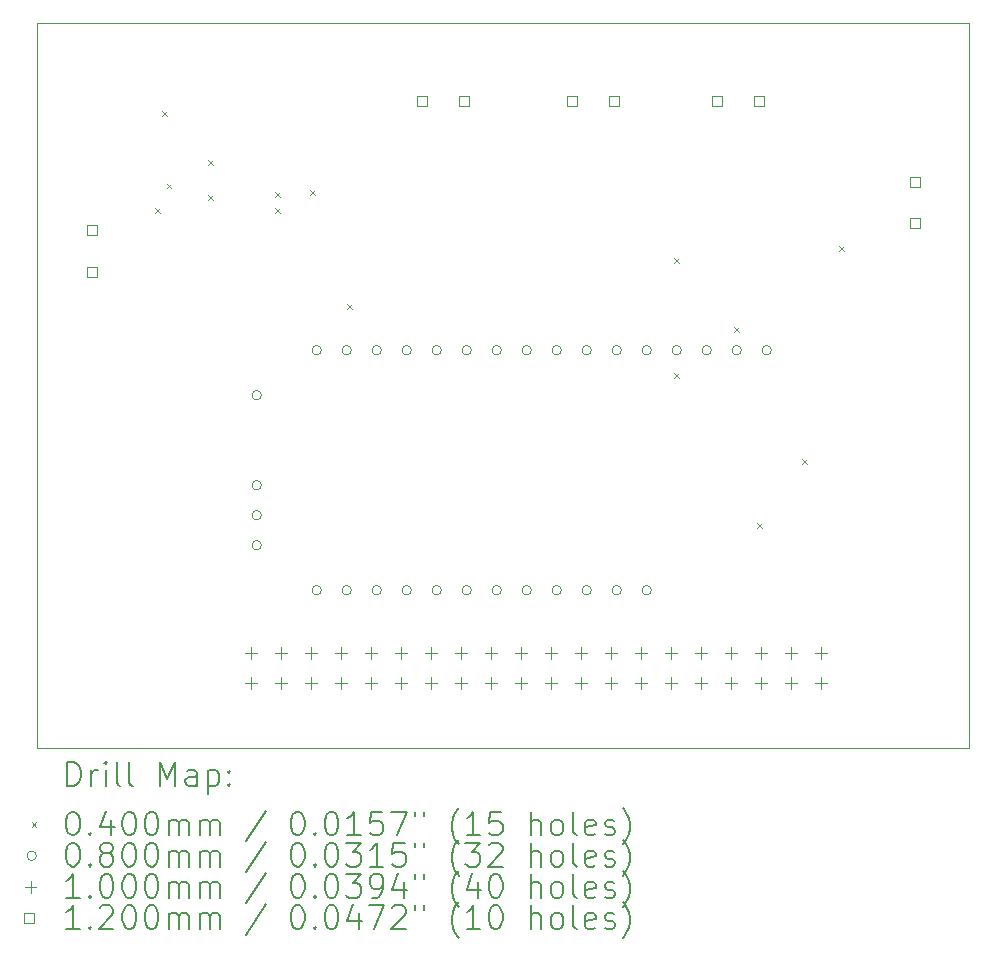
<source format=gbr>
%TF.GenerationSoftware,KiCad,Pcbnew,7.0.8*%
%TF.CreationDate,2024-03-08T20:36:31-08:00*%
%TF.ProjectId,solar_charger,736f6c61-725f-4636-9861-726765722e6b,rev?*%
%TF.SameCoordinates,Original*%
%TF.FileFunction,Drillmap*%
%TF.FilePolarity,Positive*%
%FSLAX45Y45*%
G04 Gerber Fmt 4.5, Leading zero omitted, Abs format (unit mm)*
G04 Created by KiCad (PCBNEW 7.0.8) date 2024-03-08 20:36:31*
%MOMM*%
%LPD*%
G01*
G04 APERTURE LIST*
%ADD10C,0.100000*%
%ADD11C,0.200000*%
%ADD12C,0.040000*%
%ADD13C,0.080000*%
%ADD14C,0.120000*%
G04 APERTURE END LIST*
D10*
X9900900Y-3657600D02*
X17792700Y-3657600D01*
X17792700Y-9796800D01*
X9900900Y-9796800D01*
X9900900Y-3657600D01*
D11*
D12*
X10903000Y-5220000D02*
X10943000Y-5260000D01*
X10943000Y-5220000D02*
X10903000Y-5260000D01*
X10962000Y-4402000D02*
X11002000Y-4442000D01*
X11002000Y-4402000D02*
X10962000Y-4442000D01*
X10997680Y-5015120D02*
X11037680Y-5055120D01*
X11037680Y-5015120D02*
X10997680Y-5055120D01*
X11346500Y-4818700D02*
X11386500Y-4858700D01*
X11386500Y-4818700D02*
X11346500Y-4858700D01*
X11346500Y-5110800D02*
X11386500Y-5150800D01*
X11386500Y-5110800D02*
X11346500Y-5150800D01*
X11918000Y-5085400D02*
X11958000Y-5125400D01*
X11958000Y-5085400D02*
X11918000Y-5125400D01*
X11918000Y-5225100D02*
X11958000Y-5265100D01*
X11958000Y-5225100D02*
X11918000Y-5265100D01*
X12210100Y-5072700D02*
X12250100Y-5112700D01*
X12250100Y-5072700D02*
X12210100Y-5112700D01*
X12527600Y-6037900D02*
X12567600Y-6077900D01*
X12567600Y-6037900D02*
X12527600Y-6077900D01*
X15296200Y-5644200D02*
X15336200Y-5684200D01*
X15336200Y-5644200D02*
X15296200Y-5684200D01*
X15296200Y-6622100D02*
X15336200Y-6662100D01*
X15336200Y-6622100D02*
X15296200Y-6662100D01*
X15804200Y-6228400D02*
X15844200Y-6268400D01*
X15844200Y-6228400D02*
X15804200Y-6268400D01*
X15994700Y-7892100D02*
X16034700Y-7932100D01*
X16034700Y-7892100D02*
X15994700Y-7932100D01*
X16375700Y-7346000D02*
X16415700Y-7386000D01*
X16415700Y-7346000D02*
X16375700Y-7386000D01*
X16693200Y-5542600D02*
X16733200Y-5582600D01*
X16733200Y-5542600D02*
X16693200Y-5582600D01*
D13*
X11800200Y-6807200D02*
G75*
G03*
X11800200Y-6807200I-40000J0D01*
G01*
X11800200Y-7569200D02*
G75*
G03*
X11800200Y-7569200I-40000J0D01*
G01*
X11800200Y-7823200D02*
G75*
G03*
X11800200Y-7823200I-40000J0D01*
G01*
X11800200Y-8077200D02*
G75*
G03*
X11800200Y-8077200I-40000J0D01*
G01*
X12308200Y-6426200D02*
G75*
G03*
X12308200Y-6426200I-40000J0D01*
G01*
X12308200Y-8458200D02*
G75*
G03*
X12308200Y-8458200I-40000J0D01*
G01*
X12562200Y-6426200D02*
G75*
G03*
X12562200Y-6426200I-40000J0D01*
G01*
X12562200Y-8458200D02*
G75*
G03*
X12562200Y-8458200I-40000J0D01*
G01*
X12816200Y-6426200D02*
G75*
G03*
X12816200Y-6426200I-40000J0D01*
G01*
X12816200Y-8458200D02*
G75*
G03*
X12816200Y-8458200I-40000J0D01*
G01*
X13070200Y-6426200D02*
G75*
G03*
X13070200Y-6426200I-40000J0D01*
G01*
X13070200Y-8458200D02*
G75*
G03*
X13070200Y-8458200I-40000J0D01*
G01*
X13324200Y-6426200D02*
G75*
G03*
X13324200Y-6426200I-40000J0D01*
G01*
X13324200Y-8458200D02*
G75*
G03*
X13324200Y-8458200I-40000J0D01*
G01*
X13578200Y-6426200D02*
G75*
G03*
X13578200Y-6426200I-40000J0D01*
G01*
X13578200Y-8458200D02*
G75*
G03*
X13578200Y-8458200I-40000J0D01*
G01*
X13832200Y-6426200D02*
G75*
G03*
X13832200Y-6426200I-40000J0D01*
G01*
X13832200Y-8458200D02*
G75*
G03*
X13832200Y-8458200I-40000J0D01*
G01*
X14086200Y-6426200D02*
G75*
G03*
X14086200Y-6426200I-40000J0D01*
G01*
X14086200Y-8458200D02*
G75*
G03*
X14086200Y-8458200I-40000J0D01*
G01*
X14340200Y-6426200D02*
G75*
G03*
X14340200Y-6426200I-40000J0D01*
G01*
X14340200Y-8458200D02*
G75*
G03*
X14340200Y-8458200I-40000J0D01*
G01*
X14594200Y-6426200D02*
G75*
G03*
X14594200Y-6426200I-40000J0D01*
G01*
X14594200Y-8458200D02*
G75*
G03*
X14594200Y-8458200I-40000J0D01*
G01*
X14848200Y-6426200D02*
G75*
G03*
X14848200Y-6426200I-40000J0D01*
G01*
X14848200Y-8458200D02*
G75*
G03*
X14848200Y-8458200I-40000J0D01*
G01*
X15102200Y-6426200D02*
G75*
G03*
X15102200Y-6426200I-40000J0D01*
G01*
X15102200Y-8458200D02*
G75*
G03*
X15102200Y-8458200I-40000J0D01*
G01*
X15356200Y-6426200D02*
G75*
G03*
X15356200Y-6426200I-40000J0D01*
G01*
X15610200Y-6426200D02*
G75*
G03*
X15610200Y-6426200I-40000J0D01*
G01*
X15864200Y-6426200D02*
G75*
G03*
X15864200Y-6426200I-40000J0D01*
G01*
X16118200Y-6426200D02*
G75*
G03*
X16118200Y-6426200I-40000J0D01*
G01*
D10*
X11709400Y-8941600D02*
X11709400Y-9041600D01*
X11659400Y-8991600D02*
X11759400Y-8991600D01*
X11709400Y-9195600D02*
X11709400Y-9295600D01*
X11659400Y-9245600D02*
X11759400Y-9245600D01*
X11963400Y-8941600D02*
X11963400Y-9041600D01*
X11913400Y-8991600D02*
X12013400Y-8991600D01*
X11963400Y-9195600D02*
X11963400Y-9295600D01*
X11913400Y-9245600D02*
X12013400Y-9245600D01*
X12217400Y-8941600D02*
X12217400Y-9041600D01*
X12167400Y-8991600D02*
X12267400Y-8991600D01*
X12217400Y-9195600D02*
X12217400Y-9295600D01*
X12167400Y-9245600D02*
X12267400Y-9245600D01*
X12471400Y-8941600D02*
X12471400Y-9041600D01*
X12421400Y-8991600D02*
X12521400Y-8991600D01*
X12471400Y-9195600D02*
X12471400Y-9295600D01*
X12421400Y-9245600D02*
X12521400Y-9245600D01*
X12725400Y-8941600D02*
X12725400Y-9041600D01*
X12675400Y-8991600D02*
X12775400Y-8991600D01*
X12725400Y-9195600D02*
X12725400Y-9295600D01*
X12675400Y-9245600D02*
X12775400Y-9245600D01*
X12979400Y-8941600D02*
X12979400Y-9041600D01*
X12929400Y-8991600D02*
X13029400Y-8991600D01*
X12979400Y-9195600D02*
X12979400Y-9295600D01*
X12929400Y-9245600D02*
X13029400Y-9245600D01*
X13233400Y-8941600D02*
X13233400Y-9041600D01*
X13183400Y-8991600D02*
X13283400Y-8991600D01*
X13233400Y-9195600D02*
X13233400Y-9295600D01*
X13183400Y-9245600D02*
X13283400Y-9245600D01*
X13487400Y-8941600D02*
X13487400Y-9041600D01*
X13437400Y-8991600D02*
X13537400Y-8991600D01*
X13487400Y-9195600D02*
X13487400Y-9295600D01*
X13437400Y-9245600D02*
X13537400Y-9245600D01*
X13741400Y-8941600D02*
X13741400Y-9041600D01*
X13691400Y-8991600D02*
X13791400Y-8991600D01*
X13741400Y-9195600D02*
X13741400Y-9295600D01*
X13691400Y-9245600D02*
X13791400Y-9245600D01*
X13995400Y-8941600D02*
X13995400Y-9041600D01*
X13945400Y-8991600D02*
X14045400Y-8991600D01*
X13995400Y-9195600D02*
X13995400Y-9295600D01*
X13945400Y-9245600D02*
X14045400Y-9245600D01*
X14249400Y-8941600D02*
X14249400Y-9041600D01*
X14199400Y-8991600D02*
X14299400Y-8991600D01*
X14249400Y-9195600D02*
X14249400Y-9295600D01*
X14199400Y-9245600D02*
X14299400Y-9245600D01*
X14503400Y-8941600D02*
X14503400Y-9041600D01*
X14453400Y-8991600D02*
X14553400Y-8991600D01*
X14503400Y-9195600D02*
X14503400Y-9295600D01*
X14453400Y-9245600D02*
X14553400Y-9245600D01*
X14757400Y-8941600D02*
X14757400Y-9041600D01*
X14707400Y-8991600D02*
X14807400Y-8991600D01*
X14757400Y-9195600D02*
X14757400Y-9295600D01*
X14707400Y-9245600D02*
X14807400Y-9245600D01*
X15011400Y-8941600D02*
X15011400Y-9041600D01*
X14961400Y-8991600D02*
X15061400Y-8991600D01*
X15011400Y-9195600D02*
X15011400Y-9295600D01*
X14961400Y-9245600D02*
X15061400Y-9245600D01*
X15265400Y-8941600D02*
X15265400Y-9041600D01*
X15215400Y-8991600D02*
X15315400Y-8991600D01*
X15265400Y-9195600D02*
X15265400Y-9295600D01*
X15215400Y-9245600D02*
X15315400Y-9245600D01*
X15519400Y-8941600D02*
X15519400Y-9041600D01*
X15469400Y-8991600D02*
X15569400Y-8991600D01*
X15519400Y-9195600D02*
X15519400Y-9295600D01*
X15469400Y-9245600D02*
X15569400Y-9245600D01*
X15773400Y-8941600D02*
X15773400Y-9041600D01*
X15723400Y-8991600D02*
X15823400Y-8991600D01*
X15773400Y-9195600D02*
X15773400Y-9295600D01*
X15723400Y-9245600D02*
X15823400Y-9245600D01*
X16027400Y-8941600D02*
X16027400Y-9041600D01*
X15977400Y-8991600D02*
X16077400Y-8991600D01*
X16027400Y-9195600D02*
X16027400Y-9295600D01*
X15977400Y-9245600D02*
X16077400Y-9245600D01*
X16281400Y-8941600D02*
X16281400Y-9041600D01*
X16231400Y-8991600D02*
X16331400Y-8991600D01*
X16281400Y-9195600D02*
X16281400Y-9295600D01*
X16231400Y-9245600D02*
X16331400Y-9245600D01*
X16535400Y-8941600D02*
X16535400Y-9041600D01*
X16485400Y-8991600D02*
X16585400Y-8991600D01*
X16535400Y-9195600D02*
X16535400Y-9295600D01*
X16485400Y-9245600D02*
X16585400Y-9245600D01*
D14*
X10405627Y-5452627D02*
X10405627Y-5367773D01*
X10320773Y-5367773D01*
X10320773Y-5452627D01*
X10405627Y-5452627D01*
X10405627Y-5802627D02*
X10405627Y-5717773D01*
X10320773Y-5717773D01*
X10320773Y-5802627D01*
X10405627Y-5802627D01*
X13205227Y-4356427D02*
X13205227Y-4271573D01*
X13120373Y-4271573D01*
X13120373Y-4356427D01*
X13205227Y-4356427D01*
X13555227Y-4356427D02*
X13555227Y-4271573D01*
X13470373Y-4271573D01*
X13470373Y-4356427D01*
X13555227Y-4356427D01*
X14475227Y-4356427D02*
X14475227Y-4271573D01*
X14390373Y-4271573D01*
X14390373Y-4356427D01*
X14475227Y-4356427D01*
X14825227Y-4356427D02*
X14825227Y-4271573D01*
X14740373Y-4271573D01*
X14740373Y-4356427D01*
X14825227Y-4356427D01*
X15704207Y-4356427D02*
X15704207Y-4271573D01*
X15619353Y-4271573D01*
X15619353Y-4356427D01*
X15704207Y-4356427D01*
X16054207Y-4356427D02*
X16054207Y-4271573D01*
X15969353Y-4271573D01*
X15969353Y-4356427D01*
X16054207Y-4356427D01*
X17380627Y-5041407D02*
X17380627Y-4956553D01*
X17295773Y-4956553D01*
X17295773Y-5041407D01*
X17380627Y-5041407D01*
X17380627Y-5391407D02*
X17380627Y-5306553D01*
X17295773Y-5306553D01*
X17295773Y-5391407D01*
X17380627Y-5391407D01*
D11*
X10156677Y-10113284D02*
X10156677Y-9913284D01*
X10156677Y-9913284D02*
X10204296Y-9913284D01*
X10204296Y-9913284D02*
X10232867Y-9922808D01*
X10232867Y-9922808D02*
X10251915Y-9941855D01*
X10251915Y-9941855D02*
X10261439Y-9960903D01*
X10261439Y-9960903D02*
X10270963Y-9998998D01*
X10270963Y-9998998D02*
X10270963Y-10027570D01*
X10270963Y-10027570D02*
X10261439Y-10065665D01*
X10261439Y-10065665D02*
X10251915Y-10084712D01*
X10251915Y-10084712D02*
X10232867Y-10103760D01*
X10232867Y-10103760D02*
X10204296Y-10113284D01*
X10204296Y-10113284D02*
X10156677Y-10113284D01*
X10356677Y-10113284D02*
X10356677Y-9979950D01*
X10356677Y-10018046D02*
X10366201Y-9998998D01*
X10366201Y-9998998D02*
X10375724Y-9989474D01*
X10375724Y-9989474D02*
X10394772Y-9979950D01*
X10394772Y-9979950D02*
X10413820Y-9979950D01*
X10480486Y-10113284D02*
X10480486Y-9979950D01*
X10480486Y-9913284D02*
X10470963Y-9922808D01*
X10470963Y-9922808D02*
X10480486Y-9932331D01*
X10480486Y-9932331D02*
X10490010Y-9922808D01*
X10490010Y-9922808D02*
X10480486Y-9913284D01*
X10480486Y-9913284D02*
X10480486Y-9932331D01*
X10604296Y-10113284D02*
X10585248Y-10103760D01*
X10585248Y-10103760D02*
X10575724Y-10084712D01*
X10575724Y-10084712D02*
X10575724Y-9913284D01*
X10709058Y-10113284D02*
X10690010Y-10103760D01*
X10690010Y-10103760D02*
X10680486Y-10084712D01*
X10680486Y-10084712D02*
X10680486Y-9913284D01*
X10937629Y-10113284D02*
X10937629Y-9913284D01*
X10937629Y-9913284D02*
X11004296Y-10056141D01*
X11004296Y-10056141D02*
X11070963Y-9913284D01*
X11070963Y-9913284D02*
X11070963Y-10113284D01*
X11251915Y-10113284D02*
X11251915Y-10008522D01*
X11251915Y-10008522D02*
X11242391Y-9989474D01*
X11242391Y-9989474D02*
X11223343Y-9979950D01*
X11223343Y-9979950D02*
X11185248Y-9979950D01*
X11185248Y-9979950D02*
X11166201Y-9989474D01*
X11251915Y-10103760D02*
X11232867Y-10113284D01*
X11232867Y-10113284D02*
X11185248Y-10113284D01*
X11185248Y-10113284D02*
X11166201Y-10103760D01*
X11166201Y-10103760D02*
X11156677Y-10084712D01*
X11156677Y-10084712D02*
X11156677Y-10065665D01*
X11156677Y-10065665D02*
X11166201Y-10046617D01*
X11166201Y-10046617D02*
X11185248Y-10037093D01*
X11185248Y-10037093D02*
X11232867Y-10037093D01*
X11232867Y-10037093D02*
X11251915Y-10027570D01*
X11347153Y-9979950D02*
X11347153Y-10179950D01*
X11347153Y-9989474D02*
X11366201Y-9979950D01*
X11366201Y-9979950D02*
X11404296Y-9979950D01*
X11404296Y-9979950D02*
X11423343Y-9989474D01*
X11423343Y-9989474D02*
X11432867Y-9998998D01*
X11432867Y-9998998D02*
X11442391Y-10018046D01*
X11442391Y-10018046D02*
X11442391Y-10075189D01*
X11442391Y-10075189D02*
X11432867Y-10094236D01*
X11432867Y-10094236D02*
X11423343Y-10103760D01*
X11423343Y-10103760D02*
X11404296Y-10113284D01*
X11404296Y-10113284D02*
X11366201Y-10113284D01*
X11366201Y-10113284D02*
X11347153Y-10103760D01*
X11528105Y-10094236D02*
X11537629Y-10103760D01*
X11537629Y-10103760D02*
X11528105Y-10113284D01*
X11528105Y-10113284D02*
X11518582Y-10103760D01*
X11518582Y-10103760D02*
X11528105Y-10094236D01*
X11528105Y-10094236D02*
X11528105Y-10113284D01*
X11528105Y-9989474D02*
X11537629Y-9998998D01*
X11537629Y-9998998D02*
X11528105Y-10008522D01*
X11528105Y-10008522D02*
X11518582Y-9998998D01*
X11518582Y-9998998D02*
X11528105Y-9989474D01*
X11528105Y-9989474D02*
X11528105Y-10008522D01*
D12*
X9855900Y-10421800D02*
X9895900Y-10461800D01*
X9895900Y-10421800D02*
X9855900Y-10461800D01*
D11*
X10194772Y-10333284D02*
X10213820Y-10333284D01*
X10213820Y-10333284D02*
X10232867Y-10342808D01*
X10232867Y-10342808D02*
X10242391Y-10352331D01*
X10242391Y-10352331D02*
X10251915Y-10371379D01*
X10251915Y-10371379D02*
X10261439Y-10409474D01*
X10261439Y-10409474D02*
X10261439Y-10457093D01*
X10261439Y-10457093D02*
X10251915Y-10495189D01*
X10251915Y-10495189D02*
X10242391Y-10514236D01*
X10242391Y-10514236D02*
X10232867Y-10523760D01*
X10232867Y-10523760D02*
X10213820Y-10533284D01*
X10213820Y-10533284D02*
X10194772Y-10533284D01*
X10194772Y-10533284D02*
X10175724Y-10523760D01*
X10175724Y-10523760D02*
X10166201Y-10514236D01*
X10166201Y-10514236D02*
X10156677Y-10495189D01*
X10156677Y-10495189D02*
X10147153Y-10457093D01*
X10147153Y-10457093D02*
X10147153Y-10409474D01*
X10147153Y-10409474D02*
X10156677Y-10371379D01*
X10156677Y-10371379D02*
X10166201Y-10352331D01*
X10166201Y-10352331D02*
X10175724Y-10342808D01*
X10175724Y-10342808D02*
X10194772Y-10333284D01*
X10347153Y-10514236D02*
X10356677Y-10523760D01*
X10356677Y-10523760D02*
X10347153Y-10533284D01*
X10347153Y-10533284D02*
X10337629Y-10523760D01*
X10337629Y-10523760D02*
X10347153Y-10514236D01*
X10347153Y-10514236D02*
X10347153Y-10533284D01*
X10528105Y-10399950D02*
X10528105Y-10533284D01*
X10480486Y-10323760D02*
X10432867Y-10466617D01*
X10432867Y-10466617D02*
X10556677Y-10466617D01*
X10670963Y-10333284D02*
X10690010Y-10333284D01*
X10690010Y-10333284D02*
X10709058Y-10342808D01*
X10709058Y-10342808D02*
X10718582Y-10352331D01*
X10718582Y-10352331D02*
X10728105Y-10371379D01*
X10728105Y-10371379D02*
X10737629Y-10409474D01*
X10737629Y-10409474D02*
X10737629Y-10457093D01*
X10737629Y-10457093D02*
X10728105Y-10495189D01*
X10728105Y-10495189D02*
X10718582Y-10514236D01*
X10718582Y-10514236D02*
X10709058Y-10523760D01*
X10709058Y-10523760D02*
X10690010Y-10533284D01*
X10690010Y-10533284D02*
X10670963Y-10533284D01*
X10670963Y-10533284D02*
X10651915Y-10523760D01*
X10651915Y-10523760D02*
X10642391Y-10514236D01*
X10642391Y-10514236D02*
X10632867Y-10495189D01*
X10632867Y-10495189D02*
X10623344Y-10457093D01*
X10623344Y-10457093D02*
X10623344Y-10409474D01*
X10623344Y-10409474D02*
X10632867Y-10371379D01*
X10632867Y-10371379D02*
X10642391Y-10352331D01*
X10642391Y-10352331D02*
X10651915Y-10342808D01*
X10651915Y-10342808D02*
X10670963Y-10333284D01*
X10861439Y-10333284D02*
X10880486Y-10333284D01*
X10880486Y-10333284D02*
X10899534Y-10342808D01*
X10899534Y-10342808D02*
X10909058Y-10352331D01*
X10909058Y-10352331D02*
X10918582Y-10371379D01*
X10918582Y-10371379D02*
X10928105Y-10409474D01*
X10928105Y-10409474D02*
X10928105Y-10457093D01*
X10928105Y-10457093D02*
X10918582Y-10495189D01*
X10918582Y-10495189D02*
X10909058Y-10514236D01*
X10909058Y-10514236D02*
X10899534Y-10523760D01*
X10899534Y-10523760D02*
X10880486Y-10533284D01*
X10880486Y-10533284D02*
X10861439Y-10533284D01*
X10861439Y-10533284D02*
X10842391Y-10523760D01*
X10842391Y-10523760D02*
X10832867Y-10514236D01*
X10832867Y-10514236D02*
X10823344Y-10495189D01*
X10823344Y-10495189D02*
X10813820Y-10457093D01*
X10813820Y-10457093D02*
X10813820Y-10409474D01*
X10813820Y-10409474D02*
X10823344Y-10371379D01*
X10823344Y-10371379D02*
X10832867Y-10352331D01*
X10832867Y-10352331D02*
X10842391Y-10342808D01*
X10842391Y-10342808D02*
X10861439Y-10333284D01*
X11013820Y-10533284D02*
X11013820Y-10399950D01*
X11013820Y-10418998D02*
X11023344Y-10409474D01*
X11023344Y-10409474D02*
X11042391Y-10399950D01*
X11042391Y-10399950D02*
X11070963Y-10399950D01*
X11070963Y-10399950D02*
X11090010Y-10409474D01*
X11090010Y-10409474D02*
X11099534Y-10428522D01*
X11099534Y-10428522D02*
X11099534Y-10533284D01*
X11099534Y-10428522D02*
X11109058Y-10409474D01*
X11109058Y-10409474D02*
X11128105Y-10399950D01*
X11128105Y-10399950D02*
X11156677Y-10399950D01*
X11156677Y-10399950D02*
X11175725Y-10409474D01*
X11175725Y-10409474D02*
X11185248Y-10428522D01*
X11185248Y-10428522D02*
X11185248Y-10533284D01*
X11280486Y-10533284D02*
X11280486Y-10399950D01*
X11280486Y-10418998D02*
X11290010Y-10409474D01*
X11290010Y-10409474D02*
X11309058Y-10399950D01*
X11309058Y-10399950D02*
X11337629Y-10399950D01*
X11337629Y-10399950D02*
X11356677Y-10409474D01*
X11356677Y-10409474D02*
X11366201Y-10428522D01*
X11366201Y-10428522D02*
X11366201Y-10533284D01*
X11366201Y-10428522D02*
X11375724Y-10409474D01*
X11375724Y-10409474D02*
X11394772Y-10399950D01*
X11394772Y-10399950D02*
X11423343Y-10399950D01*
X11423343Y-10399950D02*
X11442391Y-10409474D01*
X11442391Y-10409474D02*
X11451915Y-10428522D01*
X11451915Y-10428522D02*
X11451915Y-10533284D01*
X11842391Y-10323760D02*
X11670963Y-10580903D01*
X12099534Y-10333284D02*
X12118582Y-10333284D01*
X12118582Y-10333284D02*
X12137629Y-10342808D01*
X12137629Y-10342808D02*
X12147153Y-10352331D01*
X12147153Y-10352331D02*
X12156677Y-10371379D01*
X12156677Y-10371379D02*
X12166201Y-10409474D01*
X12166201Y-10409474D02*
X12166201Y-10457093D01*
X12166201Y-10457093D02*
X12156677Y-10495189D01*
X12156677Y-10495189D02*
X12147153Y-10514236D01*
X12147153Y-10514236D02*
X12137629Y-10523760D01*
X12137629Y-10523760D02*
X12118582Y-10533284D01*
X12118582Y-10533284D02*
X12099534Y-10533284D01*
X12099534Y-10533284D02*
X12080486Y-10523760D01*
X12080486Y-10523760D02*
X12070963Y-10514236D01*
X12070963Y-10514236D02*
X12061439Y-10495189D01*
X12061439Y-10495189D02*
X12051915Y-10457093D01*
X12051915Y-10457093D02*
X12051915Y-10409474D01*
X12051915Y-10409474D02*
X12061439Y-10371379D01*
X12061439Y-10371379D02*
X12070963Y-10352331D01*
X12070963Y-10352331D02*
X12080486Y-10342808D01*
X12080486Y-10342808D02*
X12099534Y-10333284D01*
X12251915Y-10514236D02*
X12261439Y-10523760D01*
X12261439Y-10523760D02*
X12251915Y-10533284D01*
X12251915Y-10533284D02*
X12242391Y-10523760D01*
X12242391Y-10523760D02*
X12251915Y-10514236D01*
X12251915Y-10514236D02*
X12251915Y-10533284D01*
X12385248Y-10333284D02*
X12404296Y-10333284D01*
X12404296Y-10333284D02*
X12423344Y-10342808D01*
X12423344Y-10342808D02*
X12432867Y-10352331D01*
X12432867Y-10352331D02*
X12442391Y-10371379D01*
X12442391Y-10371379D02*
X12451915Y-10409474D01*
X12451915Y-10409474D02*
X12451915Y-10457093D01*
X12451915Y-10457093D02*
X12442391Y-10495189D01*
X12442391Y-10495189D02*
X12432867Y-10514236D01*
X12432867Y-10514236D02*
X12423344Y-10523760D01*
X12423344Y-10523760D02*
X12404296Y-10533284D01*
X12404296Y-10533284D02*
X12385248Y-10533284D01*
X12385248Y-10533284D02*
X12366201Y-10523760D01*
X12366201Y-10523760D02*
X12356677Y-10514236D01*
X12356677Y-10514236D02*
X12347153Y-10495189D01*
X12347153Y-10495189D02*
X12337629Y-10457093D01*
X12337629Y-10457093D02*
X12337629Y-10409474D01*
X12337629Y-10409474D02*
X12347153Y-10371379D01*
X12347153Y-10371379D02*
X12356677Y-10352331D01*
X12356677Y-10352331D02*
X12366201Y-10342808D01*
X12366201Y-10342808D02*
X12385248Y-10333284D01*
X12642391Y-10533284D02*
X12528106Y-10533284D01*
X12585248Y-10533284D02*
X12585248Y-10333284D01*
X12585248Y-10333284D02*
X12566201Y-10361855D01*
X12566201Y-10361855D02*
X12547153Y-10380903D01*
X12547153Y-10380903D02*
X12528106Y-10390427D01*
X12823344Y-10333284D02*
X12728106Y-10333284D01*
X12728106Y-10333284D02*
X12718582Y-10428522D01*
X12718582Y-10428522D02*
X12728106Y-10418998D01*
X12728106Y-10418998D02*
X12747153Y-10409474D01*
X12747153Y-10409474D02*
X12794772Y-10409474D01*
X12794772Y-10409474D02*
X12813820Y-10418998D01*
X12813820Y-10418998D02*
X12823344Y-10428522D01*
X12823344Y-10428522D02*
X12832867Y-10447570D01*
X12832867Y-10447570D02*
X12832867Y-10495189D01*
X12832867Y-10495189D02*
X12823344Y-10514236D01*
X12823344Y-10514236D02*
X12813820Y-10523760D01*
X12813820Y-10523760D02*
X12794772Y-10533284D01*
X12794772Y-10533284D02*
X12747153Y-10533284D01*
X12747153Y-10533284D02*
X12728106Y-10523760D01*
X12728106Y-10523760D02*
X12718582Y-10514236D01*
X12899534Y-10333284D02*
X13032867Y-10333284D01*
X13032867Y-10333284D02*
X12947153Y-10533284D01*
X13099534Y-10333284D02*
X13099534Y-10371379D01*
X13175725Y-10333284D02*
X13175725Y-10371379D01*
X13470963Y-10609474D02*
X13461439Y-10599950D01*
X13461439Y-10599950D02*
X13442391Y-10571379D01*
X13442391Y-10571379D02*
X13432868Y-10552331D01*
X13432868Y-10552331D02*
X13423344Y-10523760D01*
X13423344Y-10523760D02*
X13413820Y-10476141D01*
X13413820Y-10476141D02*
X13413820Y-10438046D01*
X13413820Y-10438046D02*
X13423344Y-10390427D01*
X13423344Y-10390427D02*
X13432868Y-10361855D01*
X13432868Y-10361855D02*
X13442391Y-10342808D01*
X13442391Y-10342808D02*
X13461439Y-10314236D01*
X13461439Y-10314236D02*
X13470963Y-10304712D01*
X13651915Y-10533284D02*
X13537629Y-10533284D01*
X13594772Y-10533284D02*
X13594772Y-10333284D01*
X13594772Y-10333284D02*
X13575725Y-10361855D01*
X13575725Y-10361855D02*
X13556677Y-10380903D01*
X13556677Y-10380903D02*
X13537629Y-10390427D01*
X13832868Y-10333284D02*
X13737629Y-10333284D01*
X13737629Y-10333284D02*
X13728106Y-10428522D01*
X13728106Y-10428522D02*
X13737629Y-10418998D01*
X13737629Y-10418998D02*
X13756677Y-10409474D01*
X13756677Y-10409474D02*
X13804296Y-10409474D01*
X13804296Y-10409474D02*
X13823344Y-10418998D01*
X13823344Y-10418998D02*
X13832868Y-10428522D01*
X13832868Y-10428522D02*
X13842391Y-10447570D01*
X13842391Y-10447570D02*
X13842391Y-10495189D01*
X13842391Y-10495189D02*
X13832868Y-10514236D01*
X13832868Y-10514236D02*
X13823344Y-10523760D01*
X13823344Y-10523760D02*
X13804296Y-10533284D01*
X13804296Y-10533284D02*
X13756677Y-10533284D01*
X13756677Y-10533284D02*
X13737629Y-10523760D01*
X13737629Y-10523760D02*
X13728106Y-10514236D01*
X14080487Y-10533284D02*
X14080487Y-10333284D01*
X14166201Y-10533284D02*
X14166201Y-10428522D01*
X14166201Y-10428522D02*
X14156677Y-10409474D01*
X14156677Y-10409474D02*
X14137630Y-10399950D01*
X14137630Y-10399950D02*
X14109058Y-10399950D01*
X14109058Y-10399950D02*
X14090010Y-10409474D01*
X14090010Y-10409474D02*
X14080487Y-10418998D01*
X14290010Y-10533284D02*
X14270963Y-10523760D01*
X14270963Y-10523760D02*
X14261439Y-10514236D01*
X14261439Y-10514236D02*
X14251915Y-10495189D01*
X14251915Y-10495189D02*
X14251915Y-10438046D01*
X14251915Y-10438046D02*
X14261439Y-10418998D01*
X14261439Y-10418998D02*
X14270963Y-10409474D01*
X14270963Y-10409474D02*
X14290010Y-10399950D01*
X14290010Y-10399950D02*
X14318582Y-10399950D01*
X14318582Y-10399950D02*
X14337630Y-10409474D01*
X14337630Y-10409474D02*
X14347153Y-10418998D01*
X14347153Y-10418998D02*
X14356677Y-10438046D01*
X14356677Y-10438046D02*
X14356677Y-10495189D01*
X14356677Y-10495189D02*
X14347153Y-10514236D01*
X14347153Y-10514236D02*
X14337630Y-10523760D01*
X14337630Y-10523760D02*
X14318582Y-10533284D01*
X14318582Y-10533284D02*
X14290010Y-10533284D01*
X14470963Y-10533284D02*
X14451915Y-10523760D01*
X14451915Y-10523760D02*
X14442391Y-10504712D01*
X14442391Y-10504712D02*
X14442391Y-10333284D01*
X14623344Y-10523760D02*
X14604296Y-10533284D01*
X14604296Y-10533284D02*
X14566201Y-10533284D01*
X14566201Y-10533284D02*
X14547153Y-10523760D01*
X14547153Y-10523760D02*
X14537630Y-10504712D01*
X14537630Y-10504712D02*
X14537630Y-10428522D01*
X14537630Y-10428522D02*
X14547153Y-10409474D01*
X14547153Y-10409474D02*
X14566201Y-10399950D01*
X14566201Y-10399950D02*
X14604296Y-10399950D01*
X14604296Y-10399950D02*
X14623344Y-10409474D01*
X14623344Y-10409474D02*
X14632868Y-10428522D01*
X14632868Y-10428522D02*
X14632868Y-10447570D01*
X14632868Y-10447570D02*
X14537630Y-10466617D01*
X14709058Y-10523760D02*
X14728106Y-10533284D01*
X14728106Y-10533284D02*
X14766201Y-10533284D01*
X14766201Y-10533284D02*
X14785249Y-10523760D01*
X14785249Y-10523760D02*
X14794772Y-10504712D01*
X14794772Y-10504712D02*
X14794772Y-10495189D01*
X14794772Y-10495189D02*
X14785249Y-10476141D01*
X14785249Y-10476141D02*
X14766201Y-10466617D01*
X14766201Y-10466617D02*
X14737630Y-10466617D01*
X14737630Y-10466617D02*
X14718582Y-10457093D01*
X14718582Y-10457093D02*
X14709058Y-10438046D01*
X14709058Y-10438046D02*
X14709058Y-10428522D01*
X14709058Y-10428522D02*
X14718582Y-10409474D01*
X14718582Y-10409474D02*
X14737630Y-10399950D01*
X14737630Y-10399950D02*
X14766201Y-10399950D01*
X14766201Y-10399950D02*
X14785249Y-10409474D01*
X14861439Y-10609474D02*
X14870963Y-10599950D01*
X14870963Y-10599950D02*
X14890011Y-10571379D01*
X14890011Y-10571379D02*
X14899534Y-10552331D01*
X14899534Y-10552331D02*
X14909058Y-10523760D01*
X14909058Y-10523760D02*
X14918582Y-10476141D01*
X14918582Y-10476141D02*
X14918582Y-10438046D01*
X14918582Y-10438046D02*
X14909058Y-10390427D01*
X14909058Y-10390427D02*
X14899534Y-10361855D01*
X14899534Y-10361855D02*
X14890011Y-10342808D01*
X14890011Y-10342808D02*
X14870963Y-10314236D01*
X14870963Y-10314236D02*
X14861439Y-10304712D01*
D13*
X9895900Y-10705800D02*
G75*
G03*
X9895900Y-10705800I-40000J0D01*
G01*
D11*
X10194772Y-10597284D02*
X10213820Y-10597284D01*
X10213820Y-10597284D02*
X10232867Y-10606808D01*
X10232867Y-10606808D02*
X10242391Y-10616331D01*
X10242391Y-10616331D02*
X10251915Y-10635379D01*
X10251915Y-10635379D02*
X10261439Y-10673474D01*
X10261439Y-10673474D02*
X10261439Y-10721093D01*
X10261439Y-10721093D02*
X10251915Y-10759189D01*
X10251915Y-10759189D02*
X10242391Y-10778236D01*
X10242391Y-10778236D02*
X10232867Y-10787760D01*
X10232867Y-10787760D02*
X10213820Y-10797284D01*
X10213820Y-10797284D02*
X10194772Y-10797284D01*
X10194772Y-10797284D02*
X10175724Y-10787760D01*
X10175724Y-10787760D02*
X10166201Y-10778236D01*
X10166201Y-10778236D02*
X10156677Y-10759189D01*
X10156677Y-10759189D02*
X10147153Y-10721093D01*
X10147153Y-10721093D02*
X10147153Y-10673474D01*
X10147153Y-10673474D02*
X10156677Y-10635379D01*
X10156677Y-10635379D02*
X10166201Y-10616331D01*
X10166201Y-10616331D02*
X10175724Y-10606808D01*
X10175724Y-10606808D02*
X10194772Y-10597284D01*
X10347153Y-10778236D02*
X10356677Y-10787760D01*
X10356677Y-10787760D02*
X10347153Y-10797284D01*
X10347153Y-10797284D02*
X10337629Y-10787760D01*
X10337629Y-10787760D02*
X10347153Y-10778236D01*
X10347153Y-10778236D02*
X10347153Y-10797284D01*
X10470963Y-10682998D02*
X10451915Y-10673474D01*
X10451915Y-10673474D02*
X10442391Y-10663950D01*
X10442391Y-10663950D02*
X10432867Y-10644903D01*
X10432867Y-10644903D02*
X10432867Y-10635379D01*
X10432867Y-10635379D02*
X10442391Y-10616331D01*
X10442391Y-10616331D02*
X10451915Y-10606808D01*
X10451915Y-10606808D02*
X10470963Y-10597284D01*
X10470963Y-10597284D02*
X10509058Y-10597284D01*
X10509058Y-10597284D02*
X10528105Y-10606808D01*
X10528105Y-10606808D02*
X10537629Y-10616331D01*
X10537629Y-10616331D02*
X10547153Y-10635379D01*
X10547153Y-10635379D02*
X10547153Y-10644903D01*
X10547153Y-10644903D02*
X10537629Y-10663950D01*
X10537629Y-10663950D02*
X10528105Y-10673474D01*
X10528105Y-10673474D02*
X10509058Y-10682998D01*
X10509058Y-10682998D02*
X10470963Y-10682998D01*
X10470963Y-10682998D02*
X10451915Y-10692522D01*
X10451915Y-10692522D02*
X10442391Y-10702046D01*
X10442391Y-10702046D02*
X10432867Y-10721093D01*
X10432867Y-10721093D02*
X10432867Y-10759189D01*
X10432867Y-10759189D02*
X10442391Y-10778236D01*
X10442391Y-10778236D02*
X10451915Y-10787760D01*
X10451915Y-10787760D02*
X10470963Y-10797284D01*
X10470963Y-10797284D02*
X10509058Y-10797284D01*
X10509058Y-10797284D02*
X10528105Y-10787760D01*
X10528105Y-10787760D02*
X10537629Y-10778236D01*
X10537629Y-10778236D02*
X10547153Y-10759189D01*
X10547153Y-10759189D02*
X10547153Y-10721093D01*
X10547153Y-10721093D02*
X10537629Y-10702046D01*
X10537629Y-10702046D02*
X10528105Y-10692522D01*
X10528105Y-10692522D02*
X10509058Y-10682998D01*
X10670963Y-10597284D02*
X10690010Y-10597284D01*
X10690010Y-10597284D02*
X10709058Y-10606808D01*
X10709058Y-10606808D02*
X10718582Y-10616331D01*
X10718582Y-10616331D02*
X10728105Y-10635379D01*
X10728105Y-10635379D02*
X10737629Y-10673474D01*
X10737629Y-10673474D02*
X10737629Y-10721093D01*
X10737629Y-10721093D02*
X10728105Y-10759189D01*
X10728105Y-10759189D02*
X10718582Y-10778236D01*
X10718582Y-10778236D02*
X10709058Y-10787760D01*
X10709058Y-10787760D02*
X10690010Y-10797284D01*
X10690010Y-10797284D02*
X10670963Y-10797284D01*
X10670963Y-10797284D02*
X10651915Y-10787760D01*
X10651915Y-10787760D02*
X10642391Y-10778236D01*
X10642391Y-10778236D02*
X10632867Y-10759189D01*
X10632867Y-10759189D02*
X10623344Y-10721093D01*
X10623344Y-10721093D02*
X10623344Y-10673474D01*
X10623344Y-10673474D02*
X10632867Y-10635379D01*
X10632867Y-10635379D02*
X10642391Y-10616331D01*
X10642391Y-10616331D02*
X10651915Y-10606808D01*
X10651915Y-10606808D02*
X10670963Y-10597284D01*
X10861439Y-10597284D02*
X10880486Y-10597284D01*
X10880486Y-10597284D02*
X10899534Y-10606808D01*
X10899534Y-10606808D02*
X10909058Y-10616331D01*
X10909058Y-10616331D02*
X10918582Y-10635379D01*
X10918582Y-10635379D02*
X10928105Y-10673474D01*
X10928105Y-10673474D02*
X10928105Y-10721093D01*
X10928105Y-10721093D02*
X10918582Y-10759189D01*
X10918582Y-10759189D02*
X10909058Y-10778236D01*
X10909058Y-10778236D02*
X10899534Y-10787760D01*
X10899534Y-10787760D02*
X10880486Y-10797284D01*
X10880486Y-10797284D02*
X10861439Y-10797284D01*
X10861439Y-10797284D02*
X10842391Y-10787760D01*
X10842391Y-10787760D02*
X10832867Y-10778236D01*
X10832867Y-10778236D02*
X10823344Y-10759189D01*
X10823344Y-10759189D02*
X10813820Y-10721093D01*
X10813820Y-10721093D02*
X10813820Y-10673474D01*
X10813820Y-10673474D02*
X10823344Y-10635379D01*
X10823344Y-10635379D02*
X10832867Y-10616331D01*
X10832867Y-10616331D02*
X10842391Y-10606808D01*
X10842391Y-10606808D02*
X10861439Y-10597284D01*
X11013820Y-10797284D02*
X11013820Y-10663950D01*
X11013820Y-10682998D02*
X11023344Y-10673474D01*
X11023344Y-10673474D02*
X11042391Y-10663950D01*
X11042391Y-10663950D02*
X11070963Y-10663950D01*
X11070963Y-10663950D02*
X11090010Y-10673474D01*
X11090010Y-10673474D02*
X11099534Y-10692522D01*
X11099534Y-10692522D02*
X11099534Y-10797284D01*
X11099534Y-10692522D02*
X11109058Y-10673474D01*
X11109058Y-10673474D02*
X11128105Y-10663950D01*
X11128105Y-10663950D02*
X11156677Y-10663950D01*
X11156677Y-10663950D02*
X11175725Y-10673474D01*
X11175725Y-10673474D02*
X11185248Y-10692522D01*
X11185248Y-10692522D02*
X11185248Y-10797284D01*
X11280486Y-10797284D02*
X11280486Y-10663950D01*
X11280486Y-10682998D02*
X11290010Y-10673474D01*
X11290010Y-10673474D02*
X11309058Y-10663950D01*
X11309058Y-10663950D02*
X11337629Y-10663950D01*
X11337629Y-10663950D02*
X11356677Y-10673474D01*
X11356677Y-10673474D02*
X11366201Y-10692522D01*
X11366201Y-10692522D02*
X11366201Y-10797284D01*
X11366201Y-10692522D02*
X11375724Y-10673474D01*
X11375724Y-10673474D02*
X11394772Y-10663950D01*
X11394772Y-10663950D02*
X11423343Y-10663950D01*
X11423343Y-10663950D02*
X11442391Y-10673474D01*
X11442391Y-10673474D02*
X11451915Y-10692522D01*
X11451915Y-10692522D02*
X11451915Y-10797284D01*
X11842391Y-10587760D02*
X11670963Y-10844903D01*
X12099534Y-10597284D02*
X12118582Y-10597284D01*
X12118582Y-10597284D02*
X12137629Y-10606808D01*
X12137629Y-10606808D02*
X12147153Y-10616331D01*
X12147153Y-10616331D02*
X12156677Y-10635379D01*
X12156677Y-10635379D02*
X12166201Y-10673474D01*
X12166201Y-10673474D02*
X12166201Y-10721093D01*
X12166201Y-10721093D02*
X12156677Y-10759189D01*
X12156677Y-10759189D02*
X12147153Y-10778236D01*
X12147153Y-10778236D02*
X12137629Y-10787760D01*
X12137629Y-10787760D02*
X12118582Y-10797284D01*
X12118582Y-10797284D02*
X12099534Y-10797284D01*
X12099534Y-10797284D02*
X12080486Y-10787760D01*
X12080486Y-10787760D02*
X12070963Y-10778236D01*
X12070963Y-10778236D02*
X12061439Y-10759189D01*
X12061439Y-10759189D02*
X12051915Y-10721093D01*
X12051915Y-10721093D02*
X12051915Y-10673474D01*
X12051915Y-10673474D02*
X12061439Y-10635379D01*
X12061439Y-10635379D02*
X12070963Y-10616331D01*
X12070963Y-10616331D02*
X12080486Y-10606808D01*
X12080486Y-10606808D02*
X12099534Y-10597284D01*
X12251915Y-10778236D02*
X12261439Y-10787760D01*
X12261439Y-10787760D02*
X12251915Y-10797284D01*
X12251915Y-10797284D02*
X12242391Y-10787760D01*
X12242391Y-10787760D02*
X12251915Y-10778236D01*
X12251915Y-10778236D02*
X12251915Y-10797284D01*
X12385248Y-10597284D02*
X12404296Y-10597284D01*
X12404296Y-10597284D02*
X12423344Y-10606808D01*
X12423344Y-10606808D02*
X12432867Y-10616331D01*
X12432867Y-10616331D02*
X12442391Y-10635379D01*
X12442391Y-10635379D02*
X12451915Y-10673474D01*
X12451915Y-10673474D02*
X12451915Y-10721093D01*
X12451915Y-10721093D02*
X12442391Y-10759189D01*
X12442391Y-10759189D02*
X12432867Y-10778236D01*
X12432867Y-10778236D02*
X12423344Y-10787760D01*
X12423344Y-10787760D02*
X12404296Y-10797284D01*
X12404296Y-10797284D02*
X12385248Y-10797284D01*
X12385248Y-10797284D02*
X12366201Y-10787760D01*
X12366201Y-10787760D02*
X12356677Y-10778236D01*
X12356677Y-10778236D02*
X12347153Y-10759189D01*
X12347153Y-10759189D02*
X12337629Y-10721093D01*
X12337629Y-10721093D02*
X12337629Y-10673474D01*
X12337629Y-10673474D02*
X12347153Y-10635379D01*
X12347153Y-10635379D02*
X12356677Y-10616331D01*
X12356677Y-10616331D02*
X12366201Y-10606808D01*
X12366201Y-10606808D02*
X12385248Y-10597284D01*
X12518582Y-10597284D02*
X12642391Y-10597284D01*
X12642391Y-10597284D02*
X12575725Y-10673474D01*
X12575725Y-10673474D02*
X12604296Y-10673474D01*
X12604296Y-10673474D02*
X12623344Y-10682998D01*
X12623344Y-10682998D02*
X12632867Y-10692522D01*
X12632867Y-10692522D02*
X12642391Y-10711570D01*
X12642391Y-10711570D02*
X12642391Y-10759189D01*
X12642391Y-10759189D02*
X12632867Y-10778236D01*
X12632867Y-10778236D02*
X12623344Y-10787760D01*
X12623344Y-10787760D02*
X12604296Y-10797284D01*
X12604296Y-10797284D02*
X12547153Y-10797284D01*
X12547153Y-10797284D02*
X12528106Y-10787760D01*
X12528106Y-10787760D02*
X12518582Y-10778236D01*
X12832867Y-10797284D02*
X12718582Y-10797284D01*
X12775725Y-10797284D02*
X12775725Y-10597284D01*
X12775725Y-10597284D02*
X12756677Y-10625855D01*
X12756677Y-10625855D02*
X12737629Y-10644903D01*
X12737629Y-10644903D02*
X12718582Y-10654427D01*
X13013820Y-10597284D02*
X12918582Y-10597284D01*
X12918582Y-10597284D02*
X12909058Y-10692522D01*
X12909058Y-10692522D02*
X12918582Y-10682998D01*
X12918582Y-10682998D02*
X12937629Y-10673474D01*
X12937629Y-10673474D02*
X12985248Y-10673474D01*
X12985248Y-10673474D02*
X13004296Y-10682998D01*
X13004296Y-10682998D02*
X13013820Y-10692522D01*
X13013820Y-10692522D02*
X13023344Y-10711570D01*
X13023344Y-10711570D02*
X13023344Y-10759189D01*
X13023344Y-10759189D02*
X13013820Y-10778236D01*
X13013820Y-10778236D02*
X13004296Y-10787760D01*
X13004296Y-10787760D02*
X12985248Y-10797284D01*
X12985248Y-10797284D02*
X12937629Y-10797284D01*
X12937629Y-10797284D02*
X12918582Y-10787760D01*
X12918582Y-10787760D02*
X12909058Y-10778236D01*
X13099534Y-10597284D02*
X13099534Y-10635379D01*
X13175725Y-10597284D02*
X13175725Y-10635379D01*
X13470963Y-10873474D02*
X13461439Y-10863950D01*
X13461439Y-10863950D02*
X13442391Y-10835379D01*
X13442391Y-10835379D02*
X13432868Y-10816331D01*
X13432868Y-10816331D02*
X13423344Y-10787760D01*
X13423344Y-10787760D02*
X13413820Y-10740141D01*
X13413820Y-10740141D02*
X13413820Y-10702046D01*
X13413820Y-10702046D02*
X13423344Y-10654427D01*
X13423344Y-10654427D02*
X13432868Y-10625855D01*
X13432868Y-10625855D02*
X13442391Y-10606808D01*
X13442391Y-10606808D02*
X13461439Y-10578236D01*
X13461439Y-10578236D02*
X13470963Y-10568712D01*
X13528106Y-10597284D02*
X13651915Y-10597284D01*
X13651915Y-10597284D02*
X13585248Y-10673474D01*
X13585248Y-10673474D02*
X13613820Y-10673474D01*
X13613820Y-10673474D02*
X13632868Y-10682998D01*
X13632868Y-10682998D02*
X13642391Y-10692522D01*
X13642391Y-10692522D02*
X13651915Y-10711570D01*
X13651915Y-10711570D02*
X13651915Y-10759189D01*
X13651915Y-10759189D02*
X13642391Y-10778236D01*
X13642391Y-10778236D02*
X13632868Y-10787760D01*
X13632868Y-10787760D02*
X13613820Y-10797284D01*
X13613820Y-10797284D02*
X13556677Y-10797284D01*
X13556677Y-10797284D02*
X13537629Y-10787760D01*
X13537629Y-10787760D02*
X13528106Y-10778236D01*
X13728106Y-10616331D02*
X13737629Y-10606808D01*
X13737629Y-10606808D02*
X13756677Y-10597284D01*
X13756677Y-10597284D02*
X13804296Y-10597284D01*
X13804296Y-10597284D02*
X13823344Y-10606808D01*
X13823344Y-10606808D02*
X13832868Y-10616331D01*
X13832868Y-10616331D02*
X13842391Y-10635379D01*
X13842391Y-10635379D02*
X13842391Y-10654427D01*
X13842391Y-10654427D02*
X13832868Y-10682998D01*
X13832868Y-10682998D02*
X13718582Y-10797284D01*
X13718582Y-10797284D02*
X13842391Y-10797284D01*
X14080487Y-10797284D02*
X14080487Y-10597284D01*
X14166201Y-10797284D02*
X14166201Y-10692522D01*
X14166201Y-10692522D02*
X14156677Y-10673474D01*
X14156677Y-10673474D02*
X14137630Y-10663950D01*
X14137630Y-10663950D02*
X14109058Y-10663950D01*
X14109058Y-10663950D02*
X14090010Y-10673474D01*
X14090010Y-10673474D02*
X14080487Y-10682998D01*
X14290010Y-10797284D02*
X14270963Y-10787760D01*
X14270963Y-10787760D02*
X14261439Y-10778236D01*
X14261439Y-10778236D02*
X14251915Y-10759189D01*
X14251915Y-10759189D02*
X14251915Y-10702046D01*
X14251915Y-10702046D02*
X14261439Y-10682998D01*
X14261439Y-10682998D02*
X14270963Y-10673474D01*
X14270963Y-10673474D02*
X14290010Y-10663950D01*
X14290010Y-10663950D02*
X14318582Y-10663950D01*
X14318582Y-10663950D02*
X14337630Y-10673474D01*
X14337630Y-10673474D02*
X14347153Y-10682998D01*
X14347153Y-10682998D02*
X14356677Y-10702046D01*
X14356677Y-10702046D02*
X14356677Y-10759189D01*
X14356677Y-10759189D02*
X14347153Y-10778236D01*
X14347153Y-10778236D02*
X14337630Y-10787760D01*
X14337630Y-10787760D02*
X14318582Y-10797284D01*
X14318582Y-10797284D02*
X14290010Y-10797284D01*
X14470963Y-10797284D02*
X14451915Y-10787760D01*
X14451915Y-10787760D02*
X14442391Y-10768712D01*
X14442391Y-10768712D02*
X14442391Y-10597284D01*
X14623344Y-10787760D02*
X14604296Y-10797284D01*
X14604296Y-10797284D02*
X14566201Y-10797284D01*
X14566201Y-10797284D02*
X14547153Y-10787760D01*
X14547153Y-10787760D02*
X14537630Y-10768712D01*
X14537630Y-10768712D02*
X14537630Y-10692522D01*
X14537630Y-10692522D02*
X14547153Y-10673474D01*
X14547153Y-10673474D02*
X14566201Y-10663950D01*
X14566201Y-10663950D02*
X14604296Y-10663950D01*
X14604296Y-10663950D02*
X14623344Y-10673474D01*
X14623344Y-10673474D02*
X14632868Y-10692522D01*
X14632868Y-10692522D02*
X14632868Y-10711570D01*
X14632868Y-10711570D02*
X14537630Y-10730617D01*
X14709058Y-10787760D02*
X14728106Y-10797284D01*
X14728106Y-10797284D02*
X14766201Y-10797284D01*
X14766201Y-10797284D02*
X14785249Y-10787760D01*
X14785249Y-10787760D02*
X14794772Y-10768712D01*
X14794772Y-10768712D02*
X14794772Y-10759189D01*
X14794772Y-10759189D02*
X14785249Y-10740141D01*
X14785249Y-10740141D02*
X14766201Y-10730617D01*
X14766201Y-10730617D02*
X14737630Y-10730617D01*
X14737630Y-10730617D02*
X14718582Y-10721093D01*
X14718582Y-10721093D02*
X14709058Y-10702046D01*
X14709058Y-10702046D02*
X14709058Y-10692522D01*
X14709058Y-10692522D02*
X14718582Y-10673474D01*
X14718582Y-10673474D02*
X14737630Y-10663950D01*
X14737630Y-10663950D02*
X14766201Y-10663950D01*
X14766201Y-10663950D02*
X14785249Y-10673474D01*
X14861439Y-10873474D02*
X14870963Y-10863950D01*
X14870963Y-10863950D02*
X14890011Y-10835379D01*
X14890011Y-10835379D02*
X14899534Y-10816331D01*
X14899534Y-10816331D02*
X14909058Y-10787760D01*
X14909058Y-10787760D02*
X14918582Y-10740141D01*
X14918582Y-10740141D02*
X14918582Y-10702046D01*
X14918582Y-10702046D02*
X14909058Y-10654427D01*
X14909058Y-10654427D02*
X14899534Y-10625855D01*
X14899534Y-10625855D02*
X14890011Y-10606808D01*
X14890011Y-10606808D02*
X14870963Y-10578236D01*
X14870963Y-10578236D02*
X14861439Y-10568712D01*
D10*
X9845900Y-10919800D02*
X9845900Y-11019800D01*
X9795900Y-10969800D02*
X9895900Y-10969800D01*
D11*
X10261439Y-11061284D02*
X10147153Y-11061284D01*
X10204296Y-11061284D02*
X10204296Y-10861284D01*
X10204296Y-10861284D02*
X10185248Y-10889855D01*
X10185248Y-10889855D02*
X10166201Y-10908903D01*
X10166201Y-10908903D02*
X10147153Y-10918427D01*
X10347153Y-11042236D02*
X10356677Y-11051760D01*
X10356677Y-11051760D02*
X10347153Y-11061284D01*
X10347153Y-11061284D02*
X10337629Y-11051760D01*
X10337629Y-11051760D02*
X10347153Y-11042236D01*
X10347153Y-11042236D02*
X10347153Y-11061284D01*
X10480486Y-10861284D02*
X10499534Y-10861284D01*
X10499534Y-10861284D02*
X10518582Y-10870808D01*
X10518582Y-10870808D02*
X10528105Y-10880331D01*
X10528105Y-10880331D02*
X10537629Y-10899379D01*
X10537629Y-10899379D02*
X10547153Y-10937474D01*
X10547153Y-10937474D02*
X10547153Y-10985093D01*
X10547153Y-10985093D02*
X10537629Y-11023189D01*
X10537629Y-11023189D02*
X10528105Y-11042236D01*
X10528105Y-11042236D02*
X10518582Y-11051760D01*
X10518582Y-11051760D02*
X10499534Y-11061284D01*
X10499534Y-11061284D02*
X10480486Y-11061284D01*
X10480486Y-11061284D02*
X10461439Y-11051760D01*
X10461439Y-11051760D02*
X10451915Y-11042236D01*
X10451915Y-11042236D02*
X10442391Y-11023189D01*
X10442391Y-11023189D02*
X10432867Y-10985093D01*
X10432867Y-10985093D02*
X10432867Y-10937474D01*
X10432867Y-10937474D02*
X10442391Y-10899379D01*
X10442391Y-10899379D02*
X10451915Y-10880331D01*
X10451915Y-10880331D02*
X10461439Y-10870808D01*
X10461439Y-10870808D02*
X10480486Y-10861284D01*
X10670963Y-10861284D02*
X10690010Y-10861284D01*
X10690010Y-10861284D02*
X10709058Y-10870808D01*
X10709058Y-10870808D02*
X10718582Y-10880331D01*
X10718582Y-10880331D02*
X10728105Y-10899379D01*
X10728105Y-10899379D02*
X10737629Y-10937474D01*
X10737629Y-10937474D02*
X10737629Y-10985093D01*
X10737629Y-10985093D02*
X10728105Y-11023189D01*
X10728105Y-11023189D02*
X10718582Y-11042236D01*
X10718582Y-11042236D02*
X10709058Y-11051760D01*
X10709058Y-11051760D02*
X10690010Y-11061284D01*
X10690010Y-11061284D02*
X10670963Y-11061284D01*
X10670963Y-11061284D02*
X10651915Y-11051760D01*
X10651915Y-11051760D02*
X10642391Y-11042236D01*
X10642391Y-11042236D02*
X10632867Y-11023189D01*
X10632867Y-11023189D02*
X10623344Y-10985093D01*
X10623344Y-10985093D02*
X10623344Y-10937474D01*
X10623344Y-10937474D02*
X10632867Y-10899379D01*
X10632867Y-10899379D02*
X10642391Y-10880331D01*
X10642391Y-10880331D02*
X10651915Y-10870808D01*
X10651915Y-10870808D02*
X10670963Y-10861284D01*
X10861439Y-10861284D02*
X10880486Y-10861284D01*
X10880486Y-10861284D02*
X10899534Y-10870808D01*
X10899534Y-10870808D02*
X10909058Y-10880331D01*
X10909058Y-10880331D02*
X10918582Y-10899379D01*
X10918582Y-10899379D02*
X10928105Y-10937474D01*
X10928105Y-10937474D02*
X10928105Y-10985093D01*
X10928105Y-10985093D02*
X10918582Y-11023189D01*
X10918582Y-11023189D02*
X10909058Y-11042236D01*
X10909058Y-11042236D02*
X10899534Y-11051760D01*
X10899534Y-11051760D02*
X10880486Y-11061284D01*
X10880486Y-11061284D02*
X10861439Y-11061284D01*
X10861439Y-11061284D02*
X10842391Y-11051760D01*
X10842391Y-11051760D02*
X10832867Y-11042236D01*
X10832867Y-11042236D02*
X10823344Y-11023189D01*
X10823344Y-11023189D02*
X10813820Y-10985093D01*
X10813820Y-10985093D02*
X10813820Y-10937474D01*
X10813820Y-10937474D02*
X10823344Y-10899379D01*
X10823344Y-10899379D02*
X10832867Y-10880331D01*
X10832867Y-10880331D02*
X10842391Y-10870808D01*
X10842391Y-10870808D02*
X10861439Y-10861284D01*
X11013820Y-11061284D02*
X11013820Y-10927950D01*
X11013820Y-10946998D02*
X11023344Y-10937474D01*
X11023344Y-10937474D02*
X11042391Y-10927950D01*
X11042391Y-10927950D02*
X11070963Y-10927950D01*
X11070963Y-10927950D02*
X11090010Y-10937474D01*
X11090010Y-10937474D02*
X11099534Y-10956522D01*
X11099534Y-10956522D02*
X11099534Y-11061284D01*
X11099534Y-10956522D02*
X11109058Y-10937474D01*
X11109058Y-10937474D02*
X11128105Y-10927950D01*
X11128105Y-10927950D02*
X11156677Y-10927950D01*
X11156677Y-10927950D02*
X11175725Y-10937474D01*
X11175725Y-10937474D02*
X11185248Y-10956522D01*
X11185248Y-10956522D02*
X11185248Y-11061284D01*
X11280486Y-11061284D02*
X11280486Y-10927950D01*
X11280486Y-10946998D02*
X11290010Y-10937474D01*
X11290010Y-10937474D02*
X11309058Y-10927950D01*
X11309058Y-10927950D02*
X11337629Y-10927950D01*
X11337629Y-10927950D02*
X11356677Y-10937474D01*
X11356677Y-10937474D02*
X11366201Y-10956522D01*
X11366201Y-10956522D02*
X11366201Y-11061284D01*
X11366201Y-10956522D02*
X11375724Y-10937474D01*
X11375724Y-10937474D02*
X11394772Y-10927950D01*
X11394772Y-10927950D02*
X11423343Y-10927950D01*
X11423343Y-10927950D02*
X11442391Y-10937474D01*
X11442391Y-10937474D02*
X11451915Y-10956522D01*
X11451915Y-10956522D02*
X11451915Y-11061284D01*
X11842391Y-10851760D02*
X11670963Y-11108903D01*
X12099534Y-10861284D02*
X12118582Y-10861284D01*
X12118582Y-10861284D02*
X12137629Y-10870808D01*
X12137629Y-10870808D02*
X12147153Y-10880331D01*
X12147153Y-10880331D02*
X12156677Y-10899379D01*
X12156677Y-10899379D02*
X12166201Y-10937474D01*
X12166201Y-10937474D02*
X12166201Y-10985093D01*
X12166201Y-10985093D02*
X12156677Y-11023189D01*
X12156677Y-11023189D02*
X12147153Y-11042236D01*
X12147153Y-11042236D02*
X12137629Y-11051760D01*
X12137629Y-11051760D02*
X12118582Y-11061284D01*
X12118582Y-11061284D02*
X12099534Y-11061284D01*
X12099534Y-11061284D02*
X12080486Y-11051760D01*
X12080486Y-11051760D02*
X12070963Y-11042236D01*
X12070963Y-11042236D02*
X12061439Y-11023189D01*
X12061439Y-11023189D02*
X12051915Y-10985093D01*
X12051915Y-10985093D02*
X12051915Y-10937474D01*
X12051915Y-10937474D02*
X12061439Y-10899379D01*
X12061439Y-10899379D02*
X12070963Y-10880331D01*
X12070963Y-10880331D02*
X12080486Y-10870808D01*
X12080486Y-10870808D02*
X12099534Y-10861284D01*
X12251915Y-11042236D02*
X12261439Y-11051760D01*
X12261439Y-11051760D02*
X12251915Y-11061284D01*
X12251915Y-11061284D02*
X12242391Y-11051760D01*
X12242391Y-11051760D02*
X12251915Y-11042236D01*
X12251915Y-11042236D02*
X12251915Y-11061284D01*
X12385248Y-10861284D02*
X12404296Y-10861284D01*
X12404296Y-10861284D02*
X12423344Y-10870808D01*
X12423344Y-10870808D02*
X12432867Y-10880331D01*
X12432867Y-10880331D02*
X12442391Y-10899379D01*
X12442391Y-10899379D02*
X12451915Y-10937474D01*
X12451915Y-10937474D02*
X12451915Y-10985093D01*
X12451915Y-10985093D02*
X12442391Y-11023189D01*
X12442391Y-11023189D02*
X12432867Y-11042236D01*
X12432867Y-11042236D02*
X12423344Y-11051760D01*
X12423344Y-11051760D02*
X12404296Y-11061284D01*
X12404296Y-11061284D02*
X12385248Y-11061284D01*
X12385248Y-11061284D02*
X12366201Y-11051760D01*
X12366201Y-11051760D02*
X12356677Y-11042236D01*
X12356677Y-11042236D02*
X12347153Y-11023189D01*
X12347153Y-11023189D02*
X12337629Y-10985093D01*
X12337629Y-10985093D02*
X12337629Y-10937474D01*
X12337629Y-10937474D02*
X12347153Y-10899379D01*
X12347153Y-10899379D02*
X12356677Y-10880331D01*
X12356677Y-10880331D02*
X12366201Y-10870808D01*
X12366201Y-10870808D02*
X12385248Y-10861284D01*
X12518582Y-10861284D02*
X12642391Y-10861284D01*
X12642391Y-10861284D02*
X12575725Y-10937474D01*
X12575725Y-10937474D02*
X12604296Y-10937474D01*
X12604296Y-10937474D02*
X12623344Y-10946998D01*
X12623344Y-10946998D02*
X12632867Y-10956522D01*
X12632867Y-10956522D02*
X12642391Y-10975570D01*
X12642391Y-10975570D02*
X12642391Y-11023189D01*
X12642391Y-11023189D02*
X12632867Y-11042236D01*
X12632867Y-11042236D02*
X12623344Y-11051760D01*
X12623344Y-11051760D02*
X12604296Y-11061284D01*
X12604296Y-11061284D02*
X12547153Y-11061284D01*
X12547153Y-11061284D02*
X12528106Y-11051760D01*
X12528106Y-11051760D02*
X12518582Y-11042236D01*
X12737629Y-11061284D02*
X12775725Y-11061284D01*
X12775725Y-11061284D02*
X12794772Y-11051760D01*
X12794772Y-11051760D02*
X12804296Y-11042236D01*
X12804296Y-11042236D02*
X12823344Y-11013665D01*
X12823344Y-11013665D02*
X12832867Y-10975570D01*
X12832867Y-10975570D02*
X12832867Y-10899379D01*
X12832867Y-10899379D02*
X12823344Y-10880331D01*
X12823344Y-10880331D02*
X12813820Y-10870808D01*
X12813820Y-10870808D02*
X12794772Y-10861284D01*
X12794772Y-10861284D02*
X12756677Y-10861284D01*
X12756677Y-10861284D02*
X12737629Y-10870808D01*
X12737629Y-10870808D02*
X12728106Y-10880331D01*
X12728106Y-10880331D02*
X12718582Y-10899379D01*
X12718582Y-10899379D02*
X12718582Y-10946998D01*
X12718582Y-10946998D02*
X12728106Y-10966046D01*
X12728106Y-10966046D02*
X12737629Y-10975570D01*
X12737629Y-10975570D02*
X12756677Y-10985093D01*
X12756677Y-10985093D02*
X12794772Y-10985093D01*
X12794772Y-10985093D02*
X12813820Y-10975570D01*
X12813820Y-10975570D02*
X12823344Y-10966046D01*
X12823344Y-10966046D02*
X12832867Y-10946998D01*
X13004296Y-10927950D02*
X13004296Y-11061284D01*
X12956677Y-10851760D02*
X12909058Y-10994617D01*
X12909058Y-10994617D02*
X13032867Y-10994617D01*
X13099534Y-10861284D02*
X13099534Y-10899379D01*
X13175725Y-10861284D02*
X13175725Y-10899379D01*
X13470963Y-11137474D02*
X13461439Y-11127950D01*
X13461439Y-11127950D02*
X13442391Y-11099379D01*
X13442391Y-11099379D02*
X13432868Y-11080331D01*
X13432868Y-11080331D02*
X13423344Y-11051760D01*
X13423344Y-11051760D02*
X13413820Y-11004141D01*
X13413820Y-11004141D02*
X13413820Y-10966046D01*
X13413820Y-10966046D02*
X13423344Y-10918427D01*
X13423344Y-10918427D02*
X13432868Y-10889855D01*
X13432868Y-10889855D02*
X13442391Y-10870808D01*
X13442391Y-10870808D02*
X13461439Y-10842236D01*
X13461439Y-10842236D02*
X13470963Y-10832712D01*
X13632868Y-10927950D02*
X13632868Y-11061284D01*
X13585248Y-10851760D02*
X13537629Y-10994617D01*
X13537629Y-10994617D02*
X13661439Y-10994617D01*
X13775725Y-10861284D02*
X13794772Y-10861284D01*
X13794772Y-10861284D02*
X13813820Y-10870808D01*
X13813820Y-10870808D02*
X13823344Y-10880331D01*
X13823344Y-10880331D02*
X13832868Y-10899379D01*
X13832868Y-10899379D02*
X13842391Y-10937474D01*
X13842391Y-10937474D02*
X13842391Y-10985093D01*
X13842391Y-10985093D02*
X13832868Y-11023189D01*
X13832868Y-11023189D02*
X13823344Y-11042236D01*
X13823344Y-11042236D02*
X13813820Y-11051760D01*
X13813820Y-11051760D02*
X13794772Y-11061284D01*
X13794772Y-11061284D02*
X13775725Y-11061284D01*
X13775725Y-11061284D02*
X13756677Y-11051760D01*
X13756677Y-11051760D02*
X13747153Y-11042236D01*
X13747153Y-11042236D02*
X13737629Y-11023189D01*
X13737629Y-11023189D02*
X13728106Y-10985093D01*
X13728106Y-10985093D02*
X13728106Y-10937474D01*
X13728106Y-10937474D02*
X13737629Y-10899379D01*
X13737629Y-10899379D02*
X13747153Y-10880331D01*
X13747153Y-10880331D02*
X13756677Y-10870808D01*
X13756677Y-10870808D02*
X13775725Y-10861284D01*
X14080487Y-11061284D02*
X14080487Y-10861284D01*
X14166201Y-11061284D02*
X14166201Y-10956522D01*
X14166201Y-10956522D02*
X14156677Y-10937474D01*
X14156677Y-10937474D02*
X14137630Y-10927950D01*
X14137630Y-10927950D02*
X14109058Y-10927950D01*
X14109058Y-10927950D02*
X14090010Y-10937474D01*
X14090010Y-10937474D02*
X14080487Y-10946998D01*
X14290010Y-11061284D02*
X14270963Y-11051760D01*
X14270963Y-11051760D02*
X14261439Y-11042236D01*
X14261439Y-11042236D02*
X14251915Y-11023189D01*
X14251915Y-11023189D02*
X14251915Y-10966046D01*
X14251915Y-10966046D02*
X14261439Y-10946998D01*
X14261439Y-10946998D02*
X14270963Y-10937474D01*
X14270963Y-10937474D02*
X14290010Y-10927950D01*
X14290010Y-10927950D02*
X14318582Y-10927950D01*
X14318582Y-10927950D02*
X14337630Y-10937474D01*
X14337630Y-10937474D02*
X14347153Y-10946998D01*
X14347153Y-10946998D02*
X14356677Y-10966046D01*
X14356677Y-10966046D02*
X14356677Y-11023189D01*
X14356677Y-11023189D02*
X14347153Y-11042236D01*
X14347153Y-11042236D02*
X14337630Y-11051760D01*
X14337630Y-11051760D02*
X14318582Y-11061284D01*
X14318582Y-11061284D02*
X14290010Y-11061284D01*
X14470963Y-11061284D02*
X14451915Y-11051760D01*
X14451915Y-11051760D02*
X14442391Y-11032712D01*
X14442391Y-11032712D02*
X14442391Y-10861284D01*
X14623344Y-11051760D02*
X14604296Y-11061284D01*
X14604296Y-11061284D02*
X14566201Y-11061284D01*
X14566201Y-11061284D02*
X14547153Y-11051760D01*
X14547153Y-11051760D02*
X14537630Y-11032712D01*
X14537630Y-11032712D02*
X14537630Y-10956522D01*
X14537630Y-10956522D02*
X14547153Y-10937474D01*
X14547153Y-10937474D02*
X14566201Y-10927950D01*
X14566201Y-10927950D02*
X14604296Y-10927950D01*
X14604296Y-10927950D02*
X14623344Y-10937474D01*
X14623344Y-10937474D02*
X14632868Y-10956522D01*
X14632868Y-10956522D02*
X14632868Y-10975570D01*
X14632868Y-10975570D02*
X14537630Y-10994617D01*
X14709058Y-11051760D02*
X14728106Y-11061284D01*
X14728106Y-11061284D02*
X14766201Y-11061284D01*
X14766201Y-11061284D02*
X14785249Y-11051760D01*
X14785249Y-11051760D02*
X14794772Y-11032712D01*
X14794772Y-11032712D02*
X14794772Y-11023189D01*
X14794772Y-11023189D02*
X14785249Y-11004141D01*
X14785249Y-11004141D02*
X14766201Y-10994617D01*
X14766201Y-10994617D02*
X14737630Y-10994617D01*
X14737630Y-10994617D02*
X14718582Y-10985093D01*
X14718582Y-10985093D02*
X14709058Y-10966046D01*
X14709058Y-10966046D02*
X14709058Y-10956522D01*
X14709058Y-10956522D02*
X14718582Y-10937474D01*
X14718582Y-10937474D02*
X14737630Y-10927950D01*
X14737630Y-10927950D02*
X14766201Y-10927950D01*
X14766201Y-10927950D02*
X14785249Y-10937474D01*
X14861439Y-11137474D02*
X14870963Y-11127950D01*
X14870963Y-11127950D02*
X14890011Y-11099379D01*
X14890011Y-11099379D02*
X14899534Y-11080331D01*
X14899534Y-11080331D02*
X14909058Y-11051760D01*
X14909058Y-11051760D02*
X14918582Y-11004141D01*
X14918582Y-11004141D02*
X14918582Y-10966046D01*
X14918582Y-10966046D02*
X14909058Y-10918427D01*
X14909058Y-10918427D02*
X14899534Y-10889855D01*
X14899534Y-10889855D02*
X14890011Y-10870808D01*
X14890011Y-10870808D02*
X14870963Y-10842236D01*
X14870963Y-10842236D02*
X14861439Y-10832712D01*
D14*
X9878327Y-11276227D02*
X9878327Y-11191373D01*
X9793473Y-11191373D01*
X9793473Y-11276227D01*
X9878327Y-11276227D01*
D11*
X10261439Y-11325284D02*
X10147153Y-11325284D01*
X10204296Y-11325284D02*
X10204296Y-11125284D01*
X10204296Y-11125284D02*
X10185248Y-11153855D01*
X10185248Y-11153855D02*
X10166201Y-11172903D01*
X10166201Y-11172903D02*
X10147153Y-11182427D01*
X10347153Y-11306236D02*
X10356677Y-11315760D01*
X10356677Y-11315760D02*
X10347153Y-11325284D01*
X10347153Y-11325284D02*
X10337629Y-11315760D01*
X10337629Y-11315760D02*
X10347153Y-11306236D01*
X10347153Y-11306236D02*
X10347153Y-11325284D01*
X10432867Y-11144331D02*
X10442391Y-11134808D01*
X10442391Y-11134808D02*
X10461439Y-11125284D01*
X10461439Y-11125284D02*
X10509058Y-11125284D01*
X10509058Y-11125284D02*
X10528105Y-11134808D01*
X10528105Y-11134808D02*
X10537629Y-11144331D01*
X10537629Y-11144331D02*
X10547153Y-11163379D01*
X10547153Y-11163379D02*
X10547153Y-11182427D01*
X10547153Y-11182427D02*
X10537629Y-11210998D01*
X10537629Y-11210998D02*
X10423344Y-11325284D01*
X10423344Y-11325284D02*
X10547153Y-11325284D01*
X10670963Y-11125284D02*
X10690010Y-11125284D01*
X10690010Y-11125284D02*
X10709058Y-11134808D01*
X10709058Y-11134808D02*
X10718582Y-11144331D01*
X10718582Y-11144331D02*
X10728105Y-11163379D01*
X10728105Y-11163379D02*
X10737629Y-11201474D01*
X10737629Y-11201474D02*
X10737629Y-11249093D01*
X10737629Y-11249093D02*
X10728105Y-11287188D01*
X10728105Y-11287188D02*
X10718582Y-11306236D01*
X10718582Y-11306236D02*
X10709058Y-11315760D01*
X10709058Y-11315760D02*
X10690010Y-11325284D01*
X10690010Y-11325284D02*
X10670963Y-11325284D01*
X10670963Y-11325284D02*
X10651915Y-11315760D01*
X10651915Y-11315760D02*
X10642391Y-11306236D01*
X10642391Y-11306236D02*
X10632867Y-11287188D01*
X10632867Y-11287188D02*
X10623344Y-11249093D01*
X10623344Y-11249093D02*
X10623344Y-11201474D01*
X10623344Y-11201474D02*
X10632867Y-11163379D01*
X10632867Y-11163379D02*
X10642391Y-11144331D01*
X10642391Y-11144331D02*
X10651915Y-11134808D01*
X10651915Y-11134808D02*
X10670963Y-11125284D01*
X10861439Y-11125284D02*
X10880486Y-11125284D01*
X10880486Y-11125284D02*
X10899534Y-11134808D01*
X10899534Y-11134808D02*
X10909058Y-11144331D01*
X10909058Y-11144331D02*
X10918582Y-11163379D01*
X10918582Y-11163379D02*
X10928105Y-11201474D01*
X10928105Y-11201474D02*
X10928105Y-11249093D01*
X10928105Y-11249093D02*
X10918582Y-11287188D01*
X10918582Y-11287188D02*
X10909058Y-11306236D01*
X10909058Y-11306236D02*
X10899534Y-11315760D01*
X10899534Y-11315760D02*
X10880486Y-11325284D01*
X10880486Y-11325284D02*
X10861439Y-11325284D01*
X10861439Y-11325284D02*
X10842391Y-11315760D01*
X10842391Y-11315760D02*
X10832867Y-11306236D01*
X10832867Y-11306236D02*
X10823344Y-11287188D01*
X10823344Y-11287188D02*
X10813820Y-11249093D01*
X10813820Y-11249093D02*
X10813820Y-11201474D01*
X10813820Y-11201474D02*
X10823344Y-11163379D01*
X10823344Y-11163379D02*
X10832867Y-11144331D01*
X10832867Y-11144331D02*
X10842391Y-11134808D01*
X10842391Y-11134808D02*
X10861439Y-11125284D01*
X11013820Y-11325284D02*
X11013820Y-11191950D01*
X11013820Y-11210998D02*
X11023344Y-11201474D01*
X11023344Y-11201474D02*
X11042391Y-11191950D01*
X11042391Y-11191950D02*
X11070963Y-11191950D01*
X11070963Y-11191950D02*
X11090010Y-11201474D01*
X11090010Y-11201474D02*
X11099534Y-11220522D01*
X11099534Y-11220522D02*
X11099534Y-11325284D01*
X11099534Y-11220522D02*
X11109058Y-11201474D01*
X11109058Y-11201474D02*
X11128105Y-11191950D01*
X11128105Y-11191950D02*
X11156677Y-11191950D01*
X11156677Y-11191950D02*
X11175725Y-11201474D01*
X11175725Y-11201474D02*
X11185248Y-11220522D01*
X11185248Y-11220522D02*
X11185248Y-11325284D01*
X11280486Y-11325284D02*
X11280486Y-11191950D01*
X11280486Y-11210998D02*
X11290010Y-11201474D01*
X11290010Y-11201474D02*
X11309058Y-11191950D01*
X11309058Y-11191950D02*
X11337629Y-11191950D01*
X11337629Y-11191950D02*
X11356677Y-11201474D01*
X11356677Y-11201474D02*
X11366201Y-11220522D01*
X11366201Y-11220522D02*
X11366201Y-11325284D01*
X11366201Y-11220522D02*
X11375724Y-11201474D01*
X11375724Y-11201474D02*
X11394772Y-11191950D01*
X11394772Y-11191950D02*
X11423343Y-11191950D01*
X11423343Y-11191950D02*
X11442391Y-11201474D01*
X11442391Y-11201474D02*
X11451915Y-11220522D01*
X11451915Y-11220522D02*
X11451915Y-11325284D01*
X11842391Y-11115760D02*
X11670963Y-11372903D01*
X12099534Y-11125284D02*
X12118582Y-11125284D01*
X12118582Y-11125284D02*
X12137629Y-11134808D01*
X12137629Y-11134808D02*
X12147153Y-11144331D01*
X12147153Y-11144331D02*
X12156677Y-11163379D01*
X12156677Y-11163379D02*
X12166201Y-11201474D01*
X12166201Y-11201474D02*
X12166201Y-11249093D01*
X12166201Y-11249093D02*
X12156677Y-11287188D01*
X12156677Y-11287188D02*
X12147153Y-11306236D01*
X12147153Y-11306236D02*
X12137629Y-11315760D01*
X12137629Y-11315760D02*
X12118582Y-11325284D01*
X12118582Y-11325284D02*
X12099534Y-11325284D01*
X12099534Y-11325284D02*
X12080486Y-11315760D01*
X12080486Y-11315760D02*
X12070963Y-11306236D01*
X12070963Y-11306236D02*
X12061439Y-11287188D01*
X12061439Y-11287188D02*
X12051915Y-11249093D01*
X12051915Y-11249093D02*
X12051915Y-11201474D01*
X12051915Y-11201474D02*
X12061439Y-11163379D01*
X12061439Y-11163379D02*
X12070963Y-11144331D01*
X12070963Y-11144331D02*
X12080486Y-11134808D01*
X12080486Y-11134808D02*
X12099534Y-11125284D01*
X12251915Y-11306236D02*
X12261439Y-11315760D01*
X12261439Y-11315760D02*
X12251915Y-11325284D01*
X12251915Y-11325284D02*
X12242391Y-11315760D01*
X12242391Y-11315760D02*
X12251915Y-11306236D01*
X12251915Y-11306236D02*
X12251915Y-11325284D01*
X12385248Y-11125284D02*
X12404296Y-11125284D01*
X12404296Y-11125284D02*
X12423344Y-11134808D01*
X12423344Y-11134808D02*
X12432867Y-11144331D01*
X12432867Y-11144331D02*
X12442391Y-11163379D01*
X12442391Y-11163379D02*
X12451915Y-11201474D01*
X12451915Y-11201474D02*
X12451915Y-11249093D01*
X12451915Y-11249093D02*
X12442391Y-11287188D01*
X12442391Y-11287188D02*
X12432867Y-11306236D01*
X12432867Y-11306236D02*
X12423344Y-11315760D01*
X12423344Y-11315760D02*
X12404296Y-11325284D01*
X12404296Y-11325284D02*
X12385248Y-11325284D01*
X12385248Y-11325284D02*
X12366201Y-11315760D01*
X12366201Y-11315760D02*
X12356677Y-11306236D01*
X12356677Y-11306236D02*
X12347153Y-11287188D01*
X12347153Y-11287188D02*
X12337629Y-11249093D01*
X12337629Y-11249093D02*
X12337629Y-11201474D01*
X12337629Y-11201474D02*
X12347153Y-11163379D01*
X12347153Y-11163379D02*
X12356677Y-11144331D01*
X12356677Y-11144331D02*
X12366201Y-11134808D01*
X12366201Y-11134808D02*
X12385248Y-11125284D01*
X12623344Y-11191950D02*
X12623344Y-11325284D01*
X12575725Y-11115760D02*
X12528106Y-11258617D01*
X12528106Y-11258617D02*
X12651915Y-11258617D01*
X12709058Y-11125284D02*
X12842391Y-11125284D01*
X12842391Y-11125284D02*
X12756677Y-11325284D01*
X12909058Y-11144331D02*
X12918582Y-11134808D01*
X12918582Y-11134808D02*
X12937629Y-11125284D01*
X12937629Y-11125284D02*
X12985248Y-11125284D01*
X12985248Y-11125284D02*
X13004296Y-11134808D01*
X13004296Y-11134808D02*
X13013820Y-11144331D01*
X13013820Y-11144331D02*
X13023344Y-11163379D01*
X13023344Y-11163379D02*
X13023344Y-11182427D01*
X13023344Y-11182427D02*
X13013820Y-11210998D01*
X13013820Y-11210998D02*
X12899534Y-11325284D01*
X12899534Y-11325284D02*
X13023344Y-11325284D01*
X13099534Y-11125284D02*
X13099534Y-11163379D01*
X13175725Y-11125284D02*
X13175725Y-11163379D01*
X13470963Y-11401474D02*
X13461439Y-11391950D01*
X13461439Y-11391950D02*
X13442391Y-11363379D01*
X13442391Y-11363379D02*
X13432868Y-11344331D01*
X13432868Y-11344331D02*
X13423344Y-11315760D01*
X13423344Y-11315760D02*
X13413820Y-11268141D01*
X13413820Y-11268141D02*
X13413820Y-11230046D01*
X13413820Y-11230046D02*
X13423344Y-11182427D01*
X13423344Y-11182427D02*
X13432868Y-11153855D01*
X13432868Y-11153855D02*
X13442391Y-11134808D01*
X13442391Y-11134808D02*
X13461439Y-11106236D01*
X13461439Y-11106236D02*
X13470963Y-11096712D01*
X13651915Y-11325284D02*
X13537629Y-11325284D01*
X13594772Y-11325284D02*
X13594772Y-11125284D01*
X13594772Y-11125284D02*
X13575725Y-11153855D01*
X13575725Y-11153855D02*
X13556677Y-11172903D01*
X13556677Y-11172903D02*
X13537629Y-11182427D01*
X13775725Y-11125284D02*
X13794772Y-11125284D01*
X13794772Y-11125284D02*
X13813820Y-11134808D01*
X13813820Y-11134808D02*
X13823344Y-11144331D01*
X13823344Y-11144331D02*
X13832868Y-11163379D01*
X13832868Y-11163379D02*
X13842391Y-11201474D01*
X13842391Y-11201474D02*
X13842391Y-11249093D01*
X13842391Y-11249093D02*
X13832868Y-11287188D01*
X13832868Y-11287188D02*
X13823344Y-11306236D01*
X13823344Y-11306236D02*
X13813820Y-11315760D01*
X13813820Y-11315760D02*
X13794772Y-11325284D01*
X13794772Y-11325284D02*
X13775725Y-11325284D01*
X13775725Y-11325284D02*
X13756677Y-11315760D01*
X13756677Y-11315760D02*
X13747153Y-11306236D01*
X13747153Y-11306236D02*
X13737629Y-11287188D01*
X13737629Y-11287188D02*
X13728106Y-11249093D01*
X13728106Y-11249093D02*
X13728106Y-11201474D01*
X13728106Y-11201474D02*
X13737629Y-11163379D01*
X13737629Y-11163379D02*
X13747153Y-11144331D01*
X13747153Y-11144331D02*
X13756677Y-11134808D01*
X13756677Y-11134808D02*
X13775725Y-11125284D01*
X14080487Y-11325284D02*
X14080487Y-11125284D01*
X14166201Y-11325284D02*
X14166201Y-11220522D01*
X14166201Y-11220522D02*
X14156677Y-11201474D01*
X14156677Y-11201474D02*
X14137630Y-11191950D01*
X14137630Y-11191950D02*
X14109058Y-11191950D01*
X14109058Y-11191950D02*
X14090010Y-11201474D01*
X14090010Y-11201474D02*
X14080487Y-11210998D01*
X14290010Y-11325284D02*
X14270963Y-11315760D01*
X14270963Y-11315760D02*
X14261439Y-11306236D01*
X14261439Y-11306236D02*
X14251915Y-11287188D01*
X14251915Y-11287188D02*
X14251915Y-11230046D01*
X14251915Y-11230046D02*
X14261439Y-11210998D01*
X14261439Y-11210998D02*
X14270963Y-11201474D01*
X14270963Y-11201474D02*
X14290010Y-11191950D01*
X14290010Y-11191950D02*
X14318582Y-11191950D01*
X14318582Y-11191950D02*
X14337630Y-11201474D01*
X14337630Y-11201474D02*
X14347153Y-11210998D01*
X14347153Y-11210998D02*
X14356677Y-11230046D01*
X14356677Y-11230046D02*
X14356677Y-11287188D01*
X14356677Y-11287188D02*
X14347153Y-11306236D01*
X14347153Y-11306236D02*
X14337630Y-11315760D01*
X14337630Y-11315760D02*
X14318582Y-11325284D01*
X14318582Y-11325284D02*
X14290010Y-11325284D01*
X14470963Y-11325284D02*
X14451915Y-11315760D01*
X14451915Y-11315760D02*
X14442391Y-11296712D01*
X14442391Y-11296712D02*
X14442391Y-11125284D01*
X14623344Y-11315760D02*
X14604296Y-11325284D01*
X14604296Y-11325284D02*
X14566201Y-11325284D01*
X14566201Y-11325284D02*
X14547153Y-11315760D01*
X14547153Y-11315760D02*
X14537630Y-11296712D01*
X14537630Y-11296712D02*
X14537630Y-11220522D01*
X14537630Y-11220522D02*
X14547153Y-11201474D01*
X14547153Y-11201474D02*
X14566201Y-11191950D01*
X14566201Y-11191950D02*
X14604296Y-11191950D01*
X14604296Y-11191950D02*
X14623344Y-11201474D01*
X14623344Y-11201474D02*
X14632868Y-11220522D01*
X14632868Y-11220522D02*
X14632868Y-11239569D01*
X14632868Y-11239569D02*
X14537630Y-11258617D01*
X14709058Y-11315760D02*
X14728106Y-11325284D01*
X14728106Y-11325284D02*
X14766201Y-11325284D01*
X14766201Y-11325284D02*
X14785249Y-11315760D01*
X14785249Y-11315760D02*
X14794772Y-11296712D01*
X14794772Y-11296712D02*
X14794772Y-11287188D01*
X14794772Y-11287188D02*
X14785249Y-11268141D01*
X14785249Y-11268141D02*
X14766201Y-11258617D01*
X14766201Y-11258617D02*
X14737630Y-11258617D01*
X14737630Y-11258617D02*
X14718582Y-11249093D01*
X14718582Y-11249093D02*
X14709058Y-11230046D01*
X14709058Y-11230046D02*
X14709058Y-11220522D01*
X14709058Y-11220522D02*
X14718582Y-11201474D01*
X14718582Y-11201474D02*
X14737630Y-11191950D01*
X14737630Y-11191950D02*
X14766201Y-11191950D01*
X14766201Y-11191950D02*
X14785249Y-11201474D01*
X14861439Y-11401474D02*
X14870963Y-11391950D01*
X14870963Y-11391950D02*
X14890011Y-11363379D01*
X14890011Y-11363379D02*
X14899534Y-11344331D01*
X14899534Y-11344331D02*
X14909058Y-11315760D01*
X14909058Y-11315760D02*
X14918582Y-11268141D01*
X14918582Y-11268141D02*
X14918582Y-11230046D01*
X14918582Y-11230046D02*
X14909058Y-11182427D01*
X14909058Y-11182427D02*
X14899534Y-11153855D01*
X14899534Y-11153855D02*
X14890011Y-11134808D01*
X14890011Y-11134808D02*
X14870963Y-11106236D01*
X14870963Y-11106236D02*
X14861439Y-11096712D01*
M02*

</source>
